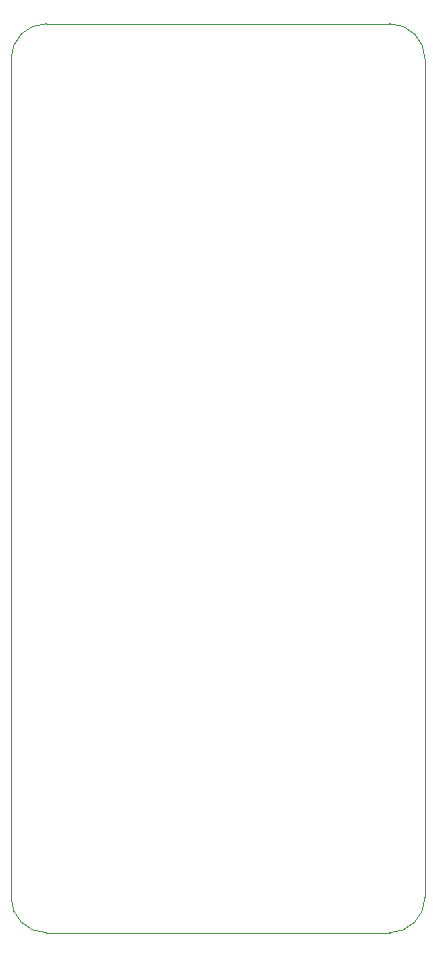
<source format=gm1>
G04 #@! TF.GenerationSoftware,KiCad,Pcbnew,7.0.5*
G04 #@! TF.CreationDate,2023-06-15T17:11:33+02:00*
G04 #@! TF.ProjectId,euroc_controller,6575726f-635f-4636-9f6e-74726f6c6c65,rev?*
G04 #@! TF.SameCoordinates,Original*
G04 #@! TF.FileFunction,Profile,NP*
%FSLAX46Y46*%
G04 Gerber Fmt 4.6, Leading zero omitted, Abs format (unit mm)*
G04 Created by KiCad (PCBNEW 7.0.5) date 2023-06-15 17:11:33*
%MOMM*%
%LPD*%
G01*
G04 APERTURE LIST*
G04 #@! TA.AperFunction,Profile*
%ADD10C,0.100000*%
G04 #@! TD*
G04 APERTURE END LIST*
D10*
X167338000Y-44450000D02*
G75*
G03*
X164338000Y-47450000I0J-3000000D01*
G01*
X164338000Y-47450000D02*
X164338000Y-118412000D01*
X199390000Y-47450000D02*
G75*
G03*
X196390000Y-44450000I-3000000J0D01*
G01*
X196390000Y-44450000D02*
X167338000Y-44450000D01*
X167338000Y-121412000D02*
X196390000Y-121412000D01*
X196390000Y-121412000D02*
G75*
G03*
X199390000Y-118412000I0J3000000D01*
G01*
X164338000Y-118412000D02*
G75*
G03*
X167338000Y-121412000I3000000J0D01*
G01*
X199390000Y-118412000D02*
X199390000Y-47450000D01*
M02*

</source>
